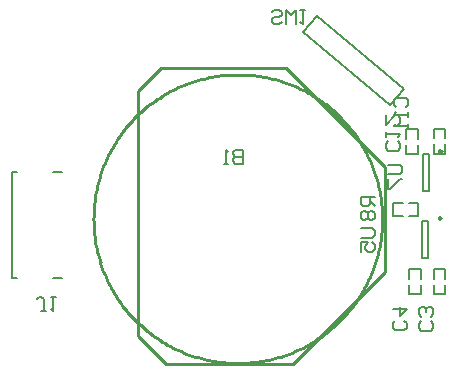
<source format=gbo>
G04*
G04 #@! TF.GenerationSoftware,Altium Limited,Altium Designer,21.0.8 (223)*
G04*
G04 Layer_Color=32896*
%FSLAX25Y25*%
%MOIN*%
G70*
G04*
G04 #@! TF.SameCoordinates,24BCDA9A-42F1-41D6-B0A9-C8EBA0504D6D*
G04*
G04*
G04 #@! TF.FilePolarity,Positive*
G04*
G01*
G75*
%ADD10C,0.00787*%
%ADD11C,0.00984*%
%ADD13C,0.00500*%
%ADD14C,0.01000*%
%ADD15C,0.00591*%
D10*
X506004Y223622D02*
X505217D01*
X506004D01*
X612992Y247244D02*
Y259449D01*
X614961Y247244D02*
Y259449D01*
X612992Y247244D02*
X614961D01*
X612992Y259449D02*
X614961D01*
X573164Y300187D02*
X577606Y305480D01*
X573164Y300187D02*
X602117Y275893D01*
X606559Y281186D01*
X577606Y305480D02*
X606559Y281186D01*
X612772Y237161D02*
X614740D01*
X612772Y224957D02*
X614740D01*
Y237161D01*
X612772Y224957D02*
Y237161D01*
D11*
X619193Y260433D02*
X618455Y260859D01*
Y260007D01*
X619193Y260433D01*
X618972Y238244D02*
X618234Y238670D01*
Y237818D01*
X618972Y238244D01*
D13*
X489587Y253425D02*
X492598D01*
X475886D02*
X477539D01*
X475886Y218228D02*
Y253425D01*
Y218228D02*
X477539D01*
X489587D02*
X492598D01*
X620472Y264764D02*
Y267913D01*
Y259646D02*
Y262795D01*
X616535Y259646D02*
X620472D01*
X616535D02*
Y262795D01*
Y264764D02*
Y267913D01*
X620472D01*
X611221Y264665D02*
Y267815D01*
Y259547D02*
Y262697D01*
X607283Y259547D02*
X611221D01*
X607283D02*
Y262697D01*
Y264665D02*
Y267815D01*
X611221D01*
X603150Y243307D02*
X606299D01*
X608268D02*
X611417D01*
Y238976D02*
Y243307D01*
X608268Y238976D02*
X611417D01*
X603150D02*
X606299D01*
X603150D02*
Y243307D01*
X608252Y212929D02*
X612189D01*
Y216079D01*
Y218047D02*
Y221197D01*
X608252D02*
X612189D01*
X608252Y218047D02*
Y221197D01*
Y212929D02*
Y216079D01*
X616508Y212823D02*
X620445D01*
Y215972D01*
Y217941D02*
Y221091D01*
X616508D02*
X620445D01*
X616508Y217941D02*
Y221091D01*
Y212823D02*
Y215972D01*
D14*
X599355Y237980D02*
X599344Y238981D01*
X599313Y239981D01*
X599261Y240980D01*
X599188Y241978D01*
X599095Y242974D01*
X598981Y243968D01*
X598846Y244959D01*
X598690Y245948D01*
X598514Y246933D01*
X598318Y247914D01*
X598101Y248890D01*
X597864Y249863D01*
X597606Y250829D01*
X597329Y251791D01*
X597032Y252746D01*
X596715Y253695D01*
X596378Y254637D01*
X596022Y255572D01*
X595646Y256499D01*
X595251Y257419D01*
X594837Y258330D01*
X594405Y259232D01*
X593953Y260125D01*
X593483Y261008D01*
X592995Y261881D01*
X592489Y262744D01*
X591964Y263597D01*
X591423Y264438D01*
X590864Y265267D01*
X590287Y266085D01*
X589694Y266891D01*
X589085Y267684D01*
X588458Y268465D01*
X587816Y269232D01*
X587158Y269986D01*
X586484Y270725D01*
X585796Y271451D01*
X585092Y272162D01*
X584373Y272859D01*
X583641Y273540D01*
X582894Y274206D01*
X582133Y274856D01*
X581360Y275490D01*
X580573Y276108D01*
X579773Y276710D01*
X578961Y277294D01*
X578137Y277862D01*
X577302Y278412D01*
X576455Y278945D01*
X575597Y279461D01*
X574729Y279958D01*
X573851Y280437D01*
X572963Y280898D01*
X572065Y281340D01*
X571159Y281763D01*
X570244Y282168D01*
X569320Y282553D01*
X568389Y282919D01*
X567450Y283265D01*
X566505Y283592D01*
X565553Y283899D01*
X564594Y284187D01*
X563630Y284454D01*
X562661Y284701D01*
X561686Y284928D01*
X560707Y285135D01*
X559724Y285321D01*
X558737Y285487D01*
X557748Y285632D01*
X556755Y285757D01*
X555760Y285861D01*
X554763Y285944D01*
X553764Y286006D01*
X552764Y286048D01*
X551764Y286069D01*
X550764D01*
X549763Y286048D01*
X548764Y286006D01*
X547765Y285944D01*
X546768Y285861D01*
X545773Y285757D01*
X544780Y285632D01*
X543790Y285487D01*
X542803Y285321D01*
X541820Y285135D01*
X540841Y284928D01*
X539867Y284701D01*
X538897Y284454D01*
X537933Y284187D01*
X536975Y283899D01*
X536023Y283592D01*
X535077Y283265D01*
X534138Y282919D01*
X533207Y282553D01*
X532284Y282168D01*
X531369Y281763D01*
X530462Y281340D01*
X529565Y280898D01*
X528677Y280437D01*
X527798Y279958D01*
X526930Y279461D01*
X526072Y278945D01*
X525225Y278412D01*
X524390Y277862D01*
X523566Y277294D01*
X522754Y276710D01*
X521955Y276108D01*
X521168Y275490D01*
X520394Y274856D01*
X519634Y274206D01*
X518887Y273540D01*
X518154Y272859D01*
X517436Y272162D01*
X516732Y271451D01*
X516043Y270725D01*
X515369Y269986D01*
X514711Y269232D01*
X514069Y268465D01*
X513443Y267684D01*
X512833Y266891D01*
X512240Y266085D01*
X511664Y265267D01*
X511105Y264438D01*
X510563Y263597D01*
X510039Y262744D01*
X509533Y261881D01*
X509044Y261008D01*
X508574Y260125D01*
X508123Y259232D01*
X507690Y258330D01*
X507276Y257419D01*
X506882Y256499D01*
X506506Y255572D01*
X506150Y254637D01*
X505813Y253695D01*
X505496Y252746D01*
X505198Y251791D01*
X504921Y250829D01*
X504664Y249863D01*
X504427Y248890D01*
X504210Y247914D01*
X504013Y246933D01*
X503837Y245948D01*
X503682Y244959D01*
X503547Y243968D01*
X503433Y242974D01*
X503339Y241978D01*
X503266Y240980D01*
X503215Y239981D01*
X503183Y238981D01*
X503173Y237980D01*
X503183Y236980D01*
X503214Y235980D01*
X503266Y234981D01*
X503339Y233983D01*
X503433Y232987D01*
X503547Y231993D01*
X503682Y231001D01*
X503837Y230013D01*
X504013Y229028D01*
X504210Y228047D01*
X504427Y227070D01*
X504664Y226098D01*
X504921Y225131D01*
X505198Y224170D01*
X505496Y223215D01*
X505813Y222266D01*
X506149Y221324D01*
X506506Y220389D01*
X506882Y219461D01*
X507276Y218542D01*
X507690Y217631D01*
X508123Y216729D01*
X508574Y215836D01*
X509044Y214953D01*
X509532Y214080D01*
X510039Y213217D01*
X510563Y212364D01*
X511105Y211523D01*
X511664Y210693D01*
X512240Y209875D01*
X512833Y209070D01*
X513443Y208277D01*
X514069Y207496D01*
X514711Y206729D01*
X515369Y205975D01*
X516043Y205235D01*
X516732Y204510D01*
X517436Y203799D01*
X518154Y203102D01*
X518887Y202421D01*
X519633Y201755D01*
X520394Y201105D01*
X521168Y200471D01*
X521954Y199853D01*
X522754Y199251D01*
X523566Y198667D01*
X524390Y198099D01*
X525225Y197548D01*
X526072Y197016D01*
X526930Y196500D01*
X527798Y196003D01*
X528676Y195524D01*
X529565Y195063D01*
X530462Y194621D01*
X531368Y194198D01*
X532284Y193793D01*
X533207Y193408D01*
X534138Y193042D01*
X535077Y192695D01*
X536022Y192368D01*
X536975Y192061D01*
X537933Y191774D01*
X538897Y191507D01*
X539867Y191259D01*
X540841Y191032D01*
X541820Y190826D01*
X542803Y190639D01*
X543790Y190474D01*
X544780Y190329D01*
X545772Y190204D01*
X546768Y190100D01*
X547764Y190017D01*
X548763Y189954D01*
X549763Y189913D01*
X550763Y189892D01*
X551764Y189892D01*
X552764Y189913D01*
X553763Y189954D01*
X554762Y190017D01*
X555759Y190100D01*
X556754Y190204D01*
X557747Y190328D01*
X558737Y190474D01*
X559724Y190639D01*
X560707Y190825D01*
X561686Y191032D01*
X562660Y191259D01*
X563630Y191506D01*
X564594Y191774D01*
X565552Y192061D01*
X566504Y192368D01*
X567450Y192695D01*
X568389Y193042D01*
X569320Y193408D01*
X570243Y193793D01*
X571158Y194197D01*
X572065Y194621D01*
X572962Y195063D01*
X573850Y195524D01*
X574729Y196002D01*
X575597Y196500D01*
X576455Y197015D01*
X577302Y197548D01*
X578137Y198098D01*
X578961Y198666D01*
X579773Y199251D01*
X580572Y199852D01*
X581359Y200470D01*
X582133Y201104D01*
X582893Y201754D01*
X583640Y202420D01*
X584373Y203102D01*
X585091Y203798D01*
X585795Y204509D01*
X586484Y205235D01*
X587158Y205975D01*
X587816Y206728D01*
X588458Y207495D01*
X589084Y208276D01*
X589694Y209069D01*
X590287Y209875D01*
X590863Y210693D01*
X591422Y211522D01*
X591964Y212364D01*
X592488Y213216D01*
X592994Y214079D01*
X593483Y214952D01*
X593953Y215835D01*
X594404Y216728D01*
X594837Y217630D01*
X595251Y218541D01*
X595646Y219461D01*
X596021Y220388D01*
X596378Y221323D01*
X596714Y222265D01*
X597032Y223214D01*
X597329Y224169D01*
X597606Y225131D01*
X597863Y226097D01*
X598101Y227069D01*
X598317Y228046D01*
X598514Y229027D01*
X598690Y230012D01*
X598845Y231000D01*
X598980Y231992D01*
X599095Y232986D01*
X599188Y233982D01*
X599261Y234980D01*
X599313Y235979D01*
X599344Y236979D01*
X599355Y237980D01*
Y237980D01*
X527264Y288216D02*
X567264D01*
X600264Y255217D01*
Y220216D02*
Y255217D01*
X569764Y189716D02*
X600264Y220216D01*
X527264Y189716D02*
X569764D01*
X525764Y288216D02*
X527264D01*
X518027Y280480D02*
X525764Y288216D01*
X518027Y198953D02*
Y280480D01*
Y198953D02*
X527264Y189716D01*
D15*
X596948Y245373D02*
X592225D01*
Y243011D01*
X593012Y242224D01*
X594587D01*
X595374Y243011D01*
Y245373D01*
Y243798D02*
X596948Y242224D01*
X593012Y240650D02*
X592225Y239863D01*
Y238288D01*
X593012Y237501D01*
X593799D01*
X594587Y238288D01*
X595374Y237501D01*
X596161D01*
X596948Y238288D01*
Y239863D01*
X596161Y240650D01*
X595374D01*
X594587Y239863D01*
X593799Y240650D01*
X593012D01*
X594587Y239863D02*
Y238288D01*
X487402Y207186D02*
X485827D01*
X486614D01*
Y211122D01*
X485827Y211909D01*
X485040D01*
X484253Y211122D01*
X488976Y211909D02*
X490550D01*
X489763D01*
Y207186D01*
X488976Y207973D01*
X601280Y255904D02*
X605216D01*
X606003Y255117D01*
Y253543D01*
X605216Y252756D01*
X601280D01*
Y251181D02*
Y248033D01*
X602067D01*
X605216Y251181D01*
X606003D01*
X604527Y263780D02*
X605314Y262993D01*
Y261419D01*
X604527Y260632D01*
X601378D01*
X600591Y261419D01*
Y262993D01*
X601378Y263780D01*
X600591Y265355D02*
Y266929D01*
Y266142D01*
X605314D01*
X604527Y265355D01*
X600591Y272439D02*
Y269290D01*
X603740Y272439D01*
X604527D01*
X605314Y271652D01*
Y270078D01*
X604527Y269290D01*
X604134Y275098D02*
X603347Y275885D01*
Y277459D01*
X604134Y278246D01*
X607283D01*
X608070Y277459D01*
Y275885D01*
X607283Y275098D01*
X608070Y273523D02*
Y271949D01*
Y272736D01*
X603347D01*
X604134Y273523D01*
X608070Y269588D02*
Y268014D01*
Y268801D01*
X603347D01*
X604134Y269588D01*
X565847Y303642D02*
X565060Y302855D01*
X563486D01*
X562699Y303642D01*
Y304429D01*
X563486Y305217D01*
X565060D01*
X565847Y306004D01*
Y306791D01*
X565060Y307578D01*
X563486D01*
X562699Y306791D01*
X567421Y302855D02*
Y307578D01*
X568996Y306004D01*
X570570Y307578D01*
Y302855D01*
X572144Y307578D02*
X573719D01*
X572931D01*
Y302855D01*
X572144Y303642D01*
X552845Y261070D02*
Y256347D01*
X550484D01*
X549697Y257134D01*
Y257922D01*
X550484Y258709D01*
X552845D01*
X550484D01*
X549697Y259496D01*
Y260283D01*
X550484Y261070D01*
X552845D01*
X548123Y256347D02*
X546548D01*
X547335D01*
Y261070D01*
X548123Y260283D01*
X592225Y234841D02*
X596161D01*
X596948Y234054D01*
Y232480D01*
X596161Y231693D01*
X592225D01*
Y226970D02*
Y230118D01*
X594587D01*
X593799Y228544D01*
Y227757D01*
X594587Y226970D01*
X596161D01*
X596948Y227757D01*
Y229331D01*
X596161Y230118D01*
X606811Y203914D02*
X607598Y203127D01*
Y201552D01*
X606811Y200765D01*
X603662D01*
X602875Y201552D01*
Y203127D01*
X603662Y203914D01*
X602875Y207849D02*
X607598D01*
X605236Y205488D01*
Y208636D01*
X615606Y203819D02*
X616393Y203032D01*
Y201458D01*
X615606Y200671D01*
X612457D01*
X611670Y201458D01*
Y203032D01*
X612457Y203819D01*
X615606Y205393D02*
X616393Y206181D01*
Y207755D01*
X615606Y208542D01*
X614819D01*
X614032Y207755D01*
Y206968D01*
Y207755D01*
X613244Y208542D01*
X612457D01*
X611670Y207755D01*
Y206181D01*
X612457Y205393D01*
M02*

</source>
